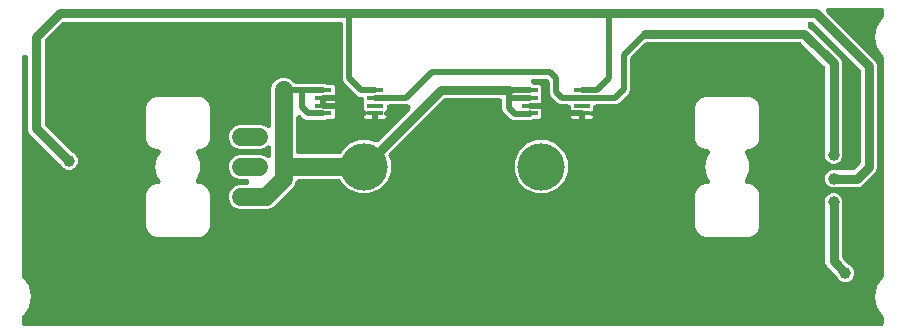
<source format=gbr>
G04 EAGLE Gerber X2 export*
%TF.Part,Single*%
%TF.FileFunction,Copper,L2,Bot,Mixed*%
%TF.FilePolarity,Positive*%
%TF.GenerationSoftware,Autodesk,EAGLE,9.1.0*%
%TF.CreationDate,2020-08-17T16:37:06Z*%
G75*
%MOMM*%
%FSLAX34Y34*%
%LPD*%
%AMOC8*
5,1,8,0,0,1.08239X$1,22.5*%
G01*
%ADD10R,1.400000X0.450000*%
%ADD11C,1.524000*%
%ADD12C,1.000000*%
%ADD13C,0.500000*%
%ADD14C,0.152400*%
%ADD15C,0.756400*%
%ADD16C,4.000000*%
%ADD17C,0.800000*%
%ADD18C,1.500000*%

G36*
X775050Y10170D02*
X775050Y10170D01*
X775100Y10168D01*
X775272Y10190D01*
X775445Y10206D01*
X775493Y10219D01*
X775543Y10225D01*
X775708Y10278D01*
X775876Y10324D01*
X775921Y10346D01*
X775968Y10361D01*
X776122Y10442D01*
X776278Y10517D01*
X776319Y10547D01*
X776363Y10570D01*
X776500Y10677D01*
X776640Y10779D01*
X776675Y10815D01*
X776714Y10846D01*
X776830Y10976D01*
X776950Y11101D01*
X776977Y11143D01*
X777011Y11181D01*
X777101Y11329D01*
X777197Y11473D01*
X777217Y11519D01*
X777243Y11562D01*
X777305Y11724D01*
X777374Y11884D01*
X777385Y11932D01*
X777403Y11979D01*
X777436Y12150D01*
X777475Y12319D01*
X777478Y12369D01*
X777487Y12418D01*
X777499Y12665D01*
X777499Y17009D01*
X777481Y17216D01*
X777465Y17424D01*
X777461Y17439D01*
X777459Y17454D01*
X777404Y17654D01*
X777351Y17856D01*
X777345Y17870D01*
X777341Y17885D01*
X777251Y18073D01*
X777163Y18261D01*
X777154Y18274D01*
X777148Y18287D01*
X777025Y18457D01*
X776905Y18626D01*
X776895Y18637D01*
X776886Y18649D01*
X776736Y18794D01*
X776587Y18940D01*
X776571Y18952D01*
X776564Y18959D01*
X776543Y18973D01*
X776519Y18990D01*
X771605Y26345D01*
X769883Y35000D01*
X771605Y43655D01*
X776531Y51028D01*
X776550Y51043D01*
X776714Y51172D01*
X776724Y51184D01*
X776736Y51193D01*
X776873Y51351D01*
X777011Y51507D01*
X777019Y51519D01*
X777029Y51531D01*
X777135Y51711D01*
X777243Y51888D01*
X777248Y51902D01*
X777256Y51915D01*
X777328Y52111D01*
X777403Y52305D01*
X777406Y52320D01*
X777411Y52334D01*
X777448Y52538D01*
X777487Y52744D01*
X777488Y52764D01*
X777490Y52774D01*
X777490Y52799D01*
X777499Y52991D01*
X777499Y237009D01*
X777481Y237216D01*
X777465Y237424D01*
X777461Y237439D01*
X777459Y237454D01*
X777404Y237654D01*
X777351Y237856D01*
X777345Y237870D01*
X777341Y237885D01*
X777251Y238073D01*
X777163Y238261D01*
X777154Y238274D01*
X777148Y238287D01*
X777025Y238457D01*
X776905Y238626D01*
X776895Y238637D01*
X776886Y238649D01*
X776736Y238794D01*
X776587Y238940D01*
X776571Y238952D01*
X776564Y238959D01*
X776543Y238973D01*
X776519Y238990D01*
X771605Y246345D01*
X769883Y255000D01*
X771605Y263655D01*
X776531Y271028D01*
X776550Y271043D01*
X776714Y271172D01*
X776724Y271184D01*
X776736Y271193D01*
X776873Y271351D01*
X777011Y271507D01*
X777019Y271519D01*
X777029Y271531D01*
X777135Y271711D01*
X777243Y271888D01*
X777248Y271902D01*
X777256Y271915D01*
X777328Y272111D01*
X777403Y272305D01*
X777406Y272320D01*
X777411Y272334D01*
X777448Y272538D01*
X777487Y272744D01*
X777488Y272764D01*
X777490Y272774D01*
X777490Y272799D01*
X777499Y272991D01*
X777499Y277335D01*
X777495Y277385D01*
X777497Y277435D01*
X777475Y277607D01*
X777459Y277780D01*
X777446Y277828D01*
X777440Y277878D01*
X777387Y278043D01*
X777341Y278211D01*
X777319Y278256D01*
X777304Y278303D01*
X777223Y278457D01*
X777148Y278613D01*
X777118Y278654D01*
X777095Y278698D01*
X776988Y278835D01*
X776886Y278975D01*
X776850Y279010D01*
X776819Y279049D01*
X776689Y279165D01*
X776564Y279285D01*
X776522Y279312D01*
X776484Y279346D01*
X776336Y279436D01*
X776192Y279532D01*
X776146Y279552D01*
X776103Y279578D01*
X775941Y279640D01*
X775781Y279709D01*
X775733Y279720D01*
X775686Y279738D01*
X775515Y279771D01*
X775346Y279810D01*
X775296Y279813D01*
X775247Y279822D01*
X775000Y279834D01*
X731100Y279834D01*
X730964Y279822D01*
X730827Y279819D01*
X730742Y279802D01*
X730655Y279794D01*
X730523Y279758D01*
X730389Y279731D01*
X730308Y279699D01*
X730224Y279676D01*
X730101Y279617D01*
X729974Y279566D01*
X729900Y279520D01*
X729822Y279483D01*
X729711Y279402D01*
X729595Y279330D01*
X729530Y279272D01*
X729460Y279221D01*
X729365Y279122D01*
X729264Y279030D01*
X729210Y278961D01*
X729150Y278899D01*
X729075Y278785D01*
X728991Y278676D01*
X728951Y278599D01*
X728903Y278527D01*
X728849Y278401D01*
X728786Y278279D01*
X728761Y278196D01*
X728726Y278116D01*
X728695Y277983D01*
X728655Y277852D01*
X728645Y277766D01*
X728625Y277681D01*
X728618Y277545D01*
X728602Y277409D01*
X728607Y277322D01*
X728603Y277235D01*
X728620Y277100D01*
X728629Y276963D01*
X728649Y276878D01*
X728660Y276792D01*
X728702Y276662D01*
X728734Y276529D01*
X728770Y276450D01*
X728796Y276367D01*
X728860Y276246D01*
X728916Y276121D01*
X728964Y276049D01*
X729005Y275972D01*
X729090Y275864D01*
X729167Y275751D01*
X729259Y275650D01*
X729281Y275621D01*
X729299Y275605D01*
X729333Y275568D01*
X770935Y233966D01*
X772001Y231393D01*
X772001Y143607D01*
X770935Y141034D01*
X758966Y129065D01*
X756393Y127999D01*
X738196Y127999D01*
X738054Y127986D01*
X737910Y127983D01*
X737831Y127967D01*
X737751Y127959D01*
X737613Y127921D01*
X737473Y127892D01*
X737357Y127851D01*
X737321Y127841D01*
X737296Y127829D01*
X737240Y127809D01*
X736492Y127499D01*
X733508Y127499D01*
X730751Y128641D01*
X728641Y130751D01*
X727499Y133508D01*
X727499Y136492D01*
X728641Y139249D01*
X730751Y141359D01*
X733508Y142501D01*
X736492Y142501D01*
X737240Y142191D01*
X737376Y142148D01*
X737510Y142097D01*
X737589Y142082D01*
X737666Y142058D01*
X737808Y142040D01*
X737949Y142013D01*
X738072Y142007D01*
X738109Y142002D01*
X738136Y142004D01*
X738196Y142001D01*
X751065Y142001D01*
X751251Y142017D01*
X751437Y142029D01*
X751473Y142037D01*
X751510Y142041D01*
X751690Y142090D01*
X751871Y142134D01*
X751905Y142149D01*
X751941Y142159D01*
X752109Y142240D01*
X752279Y142316D01*
X752310Y142336D01*
X752343Y142352D01*
X752494Y142462D01*
X752649Y142567D01*
X752686Y142601D01*
X752705Y142614D01*
X752731Y142641D01*
X752832Y142733D01*
X757267Y147168D01*
X757387Y147311D01*
X757511Y147451D01*
X757530Y147482D01*
X757554Y147511D01*
X757646Y147673D01*
X757743Y147832D01*
X757756Y147867D01*
X757774Y147899D01*
X757836Y148075D01*
X757903Y148249D01*
X757910Y148285D01*
X757923Y148320D01*
X757952Y148505D01*
X757987Y148688D01*
X757990Y148738D01*
X757993Y148761D01*
X757992Y148798D01*
X757999Y148935D01*
X757999Y226065D01*
X757983Y226251D01*
X757971Y226437D01*
X757963Y226473D01*
X757959Y226510D01*
X757910Y226690D01*
X757866Y226871D01*
X757851Y226905D01*
X757841Y226941D01*
X757760Y227109D01*
X757684Y227279D01*
X757664Y227310D01*
X757648Y227343D01*
X757538Y227494D01*
X757433Y227649D01*
X757399Y227686D01*
X757386Y227705D01*
X757359Y227731D01*
X757267Y227832D01*
X717832Y267267D01*
X717689Y267387D01*
X717549Y267511D01*
X717518Y267530D01*
X717489Y267554D01*
X717327Y267646D01*
X717168Y267743D01*
X717133Y267756D01*
X717101Y267774D01*
X716925Y267836D01*
X716751Y267903D01*
X716715Y267910D01*
X716680Y267923D01*
X716495Y267952D01*
X716312Y267987D01*
X716262Y267990D01*
X716239Y267993D01*
X716202Y267992D01*
X716065Y267999D01*
X715435Y267999D01*
X715299Y267987D01*
X715162Y267984D01*
X715077Y267967D01*
X714990Y267959D01*
X714858Y267923D01*
X714724Y267896D01*
X714643Y267864D01*
X714559Y267841D01*
X714436Y267782D01*
X714309Y267731D01*
X714235Y267685D01*
X714157Y267648D01*
X714046Y267567D01*
X713930Y267495D01*
X713865Y267437D01*
X713795Y267386D01*
X713700Y267287D01*
X713599Y267195D01*
X713546Y267126D01*
X713485Y267064D01*
X713410Y266950D01*
X713326Y266841D01*
X713286Y266764D01*
X713238Y266692D01*
X713184Y266566D01*
X713121Y266444D01*
X713095Y266361D01*
X713061Y266281D01*
X713030Y266148D01*
X712990Y266017D01*
X712980Y265931D01*
X712960Y265846D01*
X712953Y265710D01*
X712937Y265574D01*
X712942Y265487D01*
X712938Y265400D01*
X712955Y265265D01*
X712964Y265128D01*
X712984Y265043D01*
X712995Y264957D01*
X713037Y264827D01*
X713069Y264694D01*
X713105Y264615D01*
X713131Y264532D01*
X713195Y264411D01*
X713251Y264286D01*
X713299Y264214D01*
X713340Y264137D01*
X713425Y264029D01*
X713502Y263916D01*
X713593Y263815D01*
X713616Y263786D01*
X713634Y263770D01*
X713668Y263733D01*
X716286Y261115D01*
X716286Y261114D01*
X738614Y238786D01*
X740935Y236466D01*
X742001Y233893D01*
X742001Y158196D01*
X742014Y158054D01*
X742017Y157910D01*
X742033Y157832D01*
X742041Y157751D01*
X742079Y157613D01*
X742108Y157473D01*
X742149Y157357D01*
X742159Y157321D01*
X742171Y157296D01*
X742191Y157240D01*
X742501Y156492D01*
X742501Y153508D01*
X741359Y150751D01*
X739249Y148641D01*
X736492Y147499D01*
X733508Y147499D01*
X730751Y148641D01*
X728641Y150751D01*
X727499Y153508D01*
X727499Y156492D01*
X727809Y157240D01*
X727852Y157376D01*
X727903Y157510D01*
X727918Y157590D01*
X727942Y157666D01*
X727960Y157808D01*
X727987Y157949D01*
X727993Y158072D01*
X727998Y158109D01*
X727996Y158136D01*
X727999Y158196D01*
X727999Y228565D01*
X727983Y228751D01*
X727971Y228937D01*
X727963Y228973D01*
X727959Y229010D01*
X727910Y229190D01*
X727866Y229371D01*
X727851Y229405D01*
X727841Y229441D01*
X727760Y229609D01*
X727684Y229779D01*
X727664Y229810D01*
X727648Y229843D01*
X727538Y229994D01*
X727433Y230149D01*
X727399Y230186D01*
X727386Y230205D01*
X727359Y230231D01*
X727267Y230332D01*
X707832Y249767D01*
X707689Y249887D01*
X707549Y250011D01*
X707518Y250030D01*
X707489Y250054D01*
X707327Y250146D01*
X707168Y250243D01*
X707133Y250256D01*
X707101Y250274D01*
X706925Y250336D01*
X706751Y250403D01*
X706715Y250410D01*
X706680Y250423D01*
X706495Y250452D01*
X706312Y250487D01*
X706262Y250490D01*
X706239Y250493D01*
X706202Y250492D01*
X706065Y250499D01*
X576814Y250499D01*
X576628Y250483D01*
X576442Y250471D01*
X576406Y250463D01*
X576369Y250459D01*
X576188Y250410D01*
X576008Y250366D01*
X575974Y250351D01*
X575938Y250341D01*
X575770Y250260D01*
X575599Y250184D01*
X575569Y250164D01*
X575535Y250148D01*
X575384Y250038D01*
X575230Y249933D01*
X575192Y249899D01*
X575173Y249886D01*
X575148Y249859D01*
X575046Y249767D01*
X563733Y238454D01*
X563613Y238310D01*
X563489Y238171D01*
X563470Y238139D01*
X563446Y238111D01*
X563354Y237949D01*
X563257Y237789D01*
X563244Y237755D01*
X563226Y237722D01*
X563164Y237546D01*
X563097Y237372D01*
X563090Y237336D01*
X563077Y237301D01*
X563048Y237117D01*
X563013Y236934D01*
X563010Y236883D01*
X563007Y236860D01*
X563008Y236823D01*
X563001Y236686D01*
X563001Y209656D01*
X562163Y207634D01*
X560264Y205735D01*
X555015Y200486D01*
X553116Y198587D01*
X551094Y197749D01*
X534000Y197749D01*
X533950Y197745D01*
X533900Y197747D01*
X533728Y197725D01*
X533555Y197709D01*
X533507Y197696D01*
X533457Y197690D01*
X533292Y197637D01*
X533124Y197591D01*
X533079Y197569D01*
X533032Y197554D01*
X532878Y197473D01*
X532722Y197398D01*
X532681Y197368D01*
X532637Y197345D01*
X532500Y197238D01*
X532360Y197136D01*
X532325Y197100D01*
X532286Y197069D01*
X532170Y196939D01*
X532050Y196814D01*
X532023Y196772D01*
X531989Y196734D01*
X531899Y196586D01*
X531803Y196442D01*
X531783Y196396D01*
X531757Y196353D01*
X531695Y196191D01*
X531626Y196031D01*
X531615Y195983D01*
X531597Y195936D01*
X531564Y195765D01*
X531525Y195596D01*
X531522Y195546D01*
X531513Y195497D01*
X531501Y195250D01*
X531501Y193313D01*
X531519Y193111D01*
X531534Y192908D01*
X531539Y192882D01*
X531541Y192868D01*
X531541Y192731D01*
X531472Y192718D01*
X531376Y192709D01*
X531254Y192676D01*
X531129Y192652D01*
X531039Y192617D01*
X530946Y192591D01*
X530831Y192536D01*
X530712Y192490D01*
X530630Y192440D01*
X530543Y192398D01*
X530440Y192323D01*
X530331Y192257D01*
X530209Y192156D01*
X530181Y192136D01*
X530168Y192123D01*
X530140Y192099D01*
X530007Y191955D01*
X529871Y191813D01*
X529856Y191791D01*
X529837Y191770D01*
X529732Y191605D01*
X529624Y191441D01*
X529613Y191416D01*
X529598Y191393D01*
X529524Y191211D01*
X529447Y191031D01*
X529441Y191005D01*
X529430Y190979D01*
X529390Y190787D01*
X529346Y190596D01*
X529344Y190569D01*
X529339Y190542D01*
X529333Y190346D01*
X529324Y190150D01*
X529327Y190123D01*
X529326Y190095D01*
X529356Y189901D01*
X529381Y189707D01*
X529390Y189681D01*
X529394Y189654D01*
X529458Y189468D01*
X529517Y189281D01*
X529530Y189257D01*
X529539Y189231D01*
X529634Y189060D01*
X529726Y188887D01*
X529743Y188865D01*
X529756Y188841D01*
X529880Y188690D01*
X530002Y188536D01*
X530023Y188517D01*
X530040Y188496D01*
X530189Y188370D01*
X530336Y188239D01*
X530360Y188225D01*
X530381Y188207D01*
X530551Y188109D01*
X530718Y188007D01*
X530744Y187997D01*
X530767Y187983D01*
X530952Y187917D01*
X531135Y187847D01*
X531162Y187841D01*
X531188Y187832D01*
X531380Y187800D01*
X531541Y187769D01*
X531541Y187666D01*
X531368Y187019D01*
X531033Y186440D01*
X530560Y185967D01*
X529981Y185632D01*
X529334Y185459D01*
X524499Y185459D01*
X524499Y189500D01*
X524495Y189550D01*
X524497Y189600D01*
X524475Y189772D01*
X524459Y189945D01*
X524446Y189993D01*
X524440Y190043D01*
X524387Y190208D01*
X524341Y190376D01*
X524319Y190421D01*
X524304Y190468D01*
X524223Y190622D01*
X524148Y190778D01*
X524118Y190819D01*
X524095Y190863D01*
X523988Y191000D01*
X523886Y191140D01*
X523850Y191175D01*
X523819Y191214D01*
X523689Y191330D01*
X523564Y191450D01*
X523522Y191477D01*
X523485Y191511D01*
X523336Y191601D01*
X523192Y191697D01*
X523146Y191717D01*
X523103Y191743D01*
X522941Y191805D01*
X522782Y191874D01*
X522733Y191885D01*
X522686Y191903D01*
X522515Y191936D01*
X522346Y191975D01*
X522297Y191978D01*
X522247Y191987D01*
X522000Y191999D01*
X521950Y191995D01*
X521900Y191997D01*
X521728Y191975D01*
X521555Y191959D01*
X521507Y191946D01*
X521457Y191940D01*
X521292Y191887D01*
X521124Y191841D01*
X521079Y191819D01*
X521031Y191804D01*
X520878Y191723D01*
X520721Y191648D01*
X520681Y191618D01*
X520637Y191595D01*
X520500Y191488D01*
X520360Y191386D01*
X520325Y191350D01*
X520286Y191319D01*
X520170Y191189D01*
X520050Y191064D01*
X520022Y191022D01*
X519989Y190984D01*
X519899Y190836D01*
X519803Y190692D01*
X519783Y190646D01*
X519757Y190603D01*
X519695Y190441D01*
X519626Y190281D01*
X519615Y190233D01*
X519597Y190186D01*
X519564Y190015D01*
X519525Y189846D01*
X519522Y189796D01*
X519513Y189747D01*
X519501Y189500D01*
X519501Y185459D01*
X514666Y185459D01*
X514019Y185632D01*
X513440Y185967D01*
X512967Y186440D01*
X512632Y187019D01*
X512459Y187666D01*
X512459Y187774D01*
X512570Y187781D01*
X512597Y187788D01*
X512624Y187790D01*
X512814Y187843D01*
X513003Y187890D01*
X513028Y187902D01*
X513055Y187909D01*
X513232Y187994D01*
X513410Y188075D01*
X513433Y188090D01*
X513457Y188102D01*
X513617Y188217D01*
X513778Y188329D01*
X513797Y188348D01*
X513819Y188364D01*
X513955Y188505D01*
X514094Y188644D01*
X514110Y188666D01*
X514129Y188686D01*
X514237Y188849D01*
X514349Y189010D01*
X514361Y189035D01*
X514376Y189058D01*
X514454Y189238D01*
X514535Y189417D01*
X514542Y189443D01*
X514553Y189468D01*
X514597Y189659D01*
X514646Y189849D01*
X514648Y189877D01*
X514654Y189903D01*
X514664Y190099D01*
X514678Y190295D01*
X514675Y190322D01*
X514676Y190350D01*
X514651Y190544D01*
X514630Y190739D01*
X514622Y190765D01*
X514619Y190793D01*
X514559Y190979D01*
X514504Y191167D01*
X514491Y191192D01*
X514483Y191218D01*
X514391Y191391D01*
X514303Y191567D01*
X514287Y191589D01*
X514274Y191613D01*
X514153Y191767D01*
X514035Y191924D01*
X514009Y191950D01*
X513998Y191964D01*
X513997Y191964D01*
X513972Y191987D01*
X513860Y192099D01*
X513759Y192176D01*
X513663Y192261D01*
X513581Y192311D01*
X513504Y192369D01*
X513390Y192427D01*
X513282Y192493D01*
X513192Y192528D01*
X513106Y192571D01*
X512984Y192608D01*
X512865Y192653D01*
X512770Y192672D01*
X512678Y192699D01*
X512551Y192713D01*
X512459Y192731D01*
X512459Y192920D01*
X512487Y193066D01*
X512488Y193093D01*
X512491Y193106D01*
X512491Y193136D01*
X512499Y193313D01*
X512499Y195250D01*
X512495Y195300D01*
X512497Y195350D01*
X512475Y195522D01*
X512459Y195695D01*
X512446Y195743D01*
X512440Y195793D01*
X512387Y195958D01*
X512341Y196126D01*
X512319Y196171D01*
X512304Y196218D01*
X512223Y196372D01*
X512148Y196528D01*
X512118Y196569D01*
X512095Y196613D01*
X511988Y196750D01*
X511886Y196890D01*
X511850Y196925D01*
X511819Y196964D01*
X511689Y197080D01*
X511564Y197200D01*
X511522Y197227D01*
X511484Y197261D01*
X511336Y197351D01*
X511192Y197447D01*
X511146Y197467D01*
X511103Y197493D01*
X510941Y197555D01*
X510781Y197624D01*
X510733Y197635D01*
X510686Y197653D01*
X510515Y197686D01*
X510346Y197725D01*
X510296Y197728D01*
X510247Y197737D01*
X510000Y197749D01*
X503906Y197749D01*
X501884Y198587D01*
X495337Y205134D01*
X494499Y207156D01*
X494499Y216686D01*
X494483Y216872D01*
X494471Y217058D01*
X494463Y217094D01*
X494459Y217131D01*
X494410Y217312D01*
X494366Y217492D01*
X494351Y217526D01*
X494341Y217562D01*
X494260Y217730D01*
X494184Y217901D01*
X494164Y217931D01*
X494148Y217965D01*
X494038Y218116D01*
X493933Y218270D01*
X493899Y218308D01*
X493886Y218327D01*
X493859Y218352D01*
X493767Y218454D01*
X493454Y218767D01*
X493310Y218887D01*
X493171Y219011D01*
X493139Y219030D01*
X493111Y219054D01*
X492949Y219146D01*
X492789Y219243D01*
X492755Y219256D01*
X492722Y219274D01*
X492546Y219336D01*
X492372Y219403D01*
X492336Y219410D01*
X492301Y219423D01*
X492117Y219452D01*
X491933Y219487D01*
X491883Y219490D01*
X491860Y219493D01*
X491823Y219492D01*
X491686Y219499D01*
X481402Y219499D01*
X481261Y219487D01*
X481120Y219483D01*
X481039Y219467D01*
X480957Y219459D01*
X480821Y219422D01*
X480683Y219394D01*
X480606Y219363D01*
X480526Y219341D01*
X480399Y219280D01*
X480268Y219227D01*
X480198Y219183D01*
X480123Y219148D01*
X480009Y219065D01*
X479890Y218990D01*
X479829Y218934D01*
X479762Y218886D01*
X479664Y218784D01*
X479559Y218689D01*
X479509Y218623D01*
X479452Y218564D01*
X479374Y218446D01*
X479288Y218334D01*
X479251Y218260D01*
X479205Y218192D01*
X479149Y218062D01*
X479085Y217936D01*
X479061Y217857D01*
X479028Y217781D01*
X478996Y217644D01*
X478955Y217509D01*
X478945Y217427D01*
X478927Y217346D01*
X478920Y217206D01*
X478903Y217065D01*
X478909Y216983D01*
X478905Y216900D01*
X478923Y216760D01*
X478932Y216619D01*
X478952Y216539D01*
X478962Y216457D01*
X479005Y216323D01*
X479039Y216186D01*
X479073Y216110D01*
X479098Y216032D01*
X479164Y215907D01*
X479222Y215778D01*
X479268Y215710D01*
X479307Y215637D01*
X479394Y215526D01*
X479474Y215409D01*
X479532Y215351D01*
X479583Y215286D01*
X479689Y215192D01*
X479788Y215092D01*
X479856Y215044D01*
X479917Y214989D01*
X480038Y214916D01*
X480153Y214835D01*
X480228Y214800D01*
X480299Y214757D01*
X480431Y214707D01*
X480559Y214647D01*
X480681Y214610D01*
X480716Y214597D01*
X480741Y214592D01*
X480796Y214575D01*
X480976Y214547D01*
X481155Y214513D01*
X481212Y214510D01*
X481237Y214506D01*
X481274Y214507D01*
X481402Y214501D01*
X486036Y214501D01*
X487501Y213036D01*
X487501Y199813D01*
X487519Y199611D01*
X487534Y199408D01*
X487539Y199382D01*
X487541Y199368D01*
X487541Y199227D01*
X487449Y199222D01*
X487413Y199213D01*
X487376Y199209D01*
X487350Y199202D01*
X487324Y199199D01*
X487173Y199154D01*
X487015Y199116D01*
X486981Y199101D01*
X486946Y199091D01*
X486921Y199079D01*
X486896Y199072D01*
X486755Y199000D01*
X486607Y198935D01*
X486576Y198914D01*
X486543Y198898D01*
X486521Y198882D01*
X486498Y198870D01*
X486371Y198774D01*
X486237Y198684D01*
X486200Y198650D01*
X486181Y198636D01*
X486162Y198617D01*
X486141Y198601D01*
X486119Y198576D01*
X486054Y198517D01*
X485966Y198412D01*
X485871Y198314D01*
X485857Y198292D01*
X485839Y198272D01*
X485806Y198221D01*
X485767Y198174D01*
X485700Y198055D01*
X485624Y197942D01*
X485614Y197918D01*
X485599Y197895D01*
X485577Y197839D01*
X485547Y197786D01*
X485501Y197656D01*
X485447Y197532D01*
X485441Y197506D01*
X485431Y197481D01*
X485419Y197422D01*
X485399Y197365D01*
X485377Y197228D01*
X485346Y197096D01*
X485345Y197071D01*
X485339Y197044D01*
X485337Y196983D01*
X485328Y196924D01*
X485331Y196785D01*
X485324Y196650D01*
X485327Y196625D01*
X485326Y196597D01*
X485336Y196537D01*
X485337Y196477D01*
X485364Y196341D01*
X485382Y196207D01*
X485389Y196183D01*
X485393Y196156D01*
X485413Y196098D01*
X485425Y196039D01*
X485476Y195910D01*
X485517Y195781D01*
X485529Y195759D01*
X485538Y195733D01*
X485567Y195680D01*
X485590Y195624D01*
X485663Y195507D01*
X485726Y195387D01*
X485743Y195366D01*
X485756Y195343D01*
X485794Y195296D01*
X485826Y195245D01*
X485918Y195143D01*
X486003Y195036D01*
X486022Y195018D01*
X486039Y194998D01*
X486103Y194939D01*
X486126Y194914D01*
X486153Y194892D01*
X486221Y194830D01*
X486282Y194788D01*
X486337Y194739D01*
X486411Y194694D01*
X486480Y194641D01*
X486536Y194612D01*
X486589Y194576D01*
X486656Y194545D01*
X486718Y194507D01*
X486800Y194476D01*
X486877Y194436D01*
X486937Y194418D01*
X486995Y194391D01*
X487067Y194373D01*
X487135Y194347D01*
X487222Y194330D01*
X487304Y194305D01*
X487366Y194297D01*
X487428Y194282D01*
X487502Y194277D01*
X487541Y194269D01*
X487541Y194080D01*
X487513Y193934D01*
X487512Y193907D01*
X487509Y193894D01*
X487509Y193864D01*
X487501Y193687D01*
X487501Y186964D01*
X486036Y185499D01*
X481755Y185499D01*
X481613Y185486D01*
X481470Y185483D01*
X481391Y185467D01*
X481311Y185459D01*
X481172Y185421D01*
X481032Y185392D01*
X480916Y185351D01*
X480880Y185341D01*
X480856Y185329D01*
X480799Y185309D01*
X478844Y184499D01*
X463906Y184499D01*
X461884Y185337D01*
X455337Y191884D01*
X454499Y193906D01*
X454499Y200500D01*
X454495Y200550D01*
X454497Y200600D01*
X454475Y200772D01*
X454459Y200945D01*
X454446Y200993D01*
X454440Y201043D01*
X454387Y201208D01*
X454341Y201376D01*
X454319Y201421D01*
X454304Y201468D01*
X454223Y201621D01*
X454148Y201778D01*
X454118Y201819D01*
X454095Y201863D01*
X453988Y202000D01*
X453886Y202140D01*
X453850Y202175D01*
X453819Y202214D01*
X453689Y202330D01*
X453564Y202450D01*
X453522Y202477D01*
X453484Y202511D01*
X453336Y202601D01*
X453192Y202697D01*
X453146Y202717D01*
X453103Y202743D01*
X452941Y202805D01*
X452781Y202874D01*
X452733Y202885D01*
X452686Y202903D01*
X452515Y202936D01*
X452346Y202975D01*
X452296Y202978D01*
X452247Y202987D01*
X452000Y202999D01*
X406435Y202999D01*
X406249Y202983D01*
X406063Y202971D01*
X406027Y202963D01*
X405990Y202959D01*
X405810Y202910D01*
X405629Y202866D01*
X405595Y202851D01*
X405559Y202841D01*
X405391Y202760D01*
X405221Y202684D01*
X405190Y202664D01*
X405157Y202648D01*
X405006Y202538D01*
X404851Y202433D01*
X404814Y202399D01*
X404795Y202386D01*
X404769Y202359D01*
X404668Y202267D01*
X358802Y156401D01*
X358798Y156396D01*
X358793Y156392D01*
X358653Y156224D01*
X358516Y156059D01*
X358512Y156053D01*
X358508Y156048D01*
X358398Y155852D01*
X358295Y155670D01*
X358293Y155664D01*
X358289Y155658D01*
X358217Y155449D01*
X358147Y155249D01*
X358146Y155242D01*
X358144Y155236D01*
X358110Y155022D01*
X358076Y154808D01*
X358076Y154801D01*
X358075Y154795D01*
X358081Y154576D01*
X358085Y154361D01*
X358086Y154355D01*
X358086Y154348D01*
X358131Y154133D01*
X358173Y153923D01*
X358176Y153917D01*
X358177Y153911D01*
X358260Y153678D01*
X360001Y149476D01*
X360001Y140524D01*
X356575Y132254D01*
X350246Y125925D01*
X341976Y122499D01*
X333024Y122499D01*
X324754Y125925D01*
X318425Y132254D01*
X318134Y132956D01*
X318131Y132962D01*
X318129Y132968D01*
X318027Y133161D01*
X317927Y133352D01*
X317923Y133357D01*
X317920Y133363D01*
X317784Y133535D01*
X317653Y133705D01*
X317648Y133709D01*
X317644Y133714D01*
X317481Y133858D01*
X317320Y134003D01*
X317314Y134006D01*
X317309Y134011D01*
X317124Y134123D01*
X316939Y134237D01*
X316933Y134239D01*
X316928Y134243D01*
X316726Y134321D01*
X316523Y134400D01*
X316517Y134401D01*
X316511Y134403D01*
X316298Y134444D01*
X316085Y134486D01*
X316079Y134486D01*
X316072Y134487D01*
X315825Y134499D01*
X282428Y134499D01*
X282422Y134499D01*
X282415Y134499D01*
X282202Y134479D01*
X281984Y134459D01*
X281977Y134458D01*
X281971Y134457D01*
X281765Y134399D01*
X281553Y134341D01*
X281547Y134338D01*
X281541Y134336D01*
X281347Y134242D01*
X281150Y134148D01*
X281145Y134144D01*
X281139Y134141D01*
X280963Y134013D01*
X280788Y133886D01*
X280784Y133881D01*
X280778Y133877D01*
X280627Y133718D01*
X280479Y133564D01*
X280475Y133558D01*
X280471Y133553D01*
X280351Y133371D01*
X280231Y133192D01*
X280229Y133186D01*
X280225Y133180D01*
X280119Y132956D01*
X278502Y129052D01*
X260148Y110698D01*
X256289Y109099D01*
X238911Y109099D01*
X238453Y109289D01*
X238317Y109332D01*
X238183Y109383D01*
X238104Y109398D01*
X238027Y109422D01*
X237885Y109440D01*
X237744Y109467D01*
X237621Y109473D01*
X237584Y109478D01*
X237557Y109476D01*
X237497Y109479D01*
X231367Y109479D01*
X227647Y111020D01*
X224800Y113867D01*
X223259Y117587D01*
X223259Y121613D01*
X224800Y125333D01*
X227647Y128180D01*
X231367Y129721D01*
X237497Y129721D01*
X237639Y129734D01*
X237783Y129737D01*
X237861Y129753D01*
X237942Y129761D01*
X238080Y129799D01*
X238220Y129828D01*
X238336Y129869D01*
X238372Y129879D01*
X238397Y129891D01*
X238453Y129911D01*
X238840Y130071D01*
X238999Y130154D01*
X239161Y130232D01*
X239197Y130258D01*
X239235Y130278D01*
X239378Y130389D01*
X239523Y130494D01*
X239553Y130526D01*
X239588Y130552D01*
X239708Y130687D01*
X239833Y130816D01*
X239857Y130853D01*
X239886Y130885D01*
X239980Y131039D01*
X240080Y131188D01*
X240097Y131228D01*
X240120Y131265D01*
X240186Y131433D01*
X240257Y131599D01*
X240267Y131641D01*
X240283Y131682D01*
X240317Y131858D01*
X240358Y132034D01*
X240360Y132077D01*
X240369Y132120D01*
X240371Y132300D01*
X240380Y132480D01*
X240375Y132523D01*
X240375Y132566D01*
X240346Y132744D01*
X240323Y132923D01*
X240310Y132964D01*
X240302Y133007D01*
X240242Y133177D01*
X240187Y133348D01*
X240167Y133387D01*
X240152Y133428D01*
X240062Y133584D01*
X239978Y133743D01*
X239951Y133777D01*
X239929Y133815D01*
X239813Y133952D01*
X239702Y134094D01*
X239669Y134123D01*
X239641Y134156D01*
X239503Y134271D01*
X239368Y134391D01*
X239330Y134413D01*
X239297Y134441D01*
X239140Y134529D01*
X238986Y134623D01*
X238946Y134638D01*
X238907Y134660D01*
X238737Y134719D01*
X238569Y134783D01*
X238526Y134791D01*
X238485Y134806D01*
X238308Y134833D01*
X238130Y134867D01*
X238070Y134870D01*
X238044Y134874D01*
X238006Y134873D01*
X237883Y134879D01*
X231367Y134879D01*
X227647Y136420D01*
X224800Y139267D01*
X223259Y142987D01*
X223259Y147013D01*
X224800Y150733D01*
X227647Y153580D01*
X231367Y155121D01*
X250633Y155121D01*
X254353Y153580D01*
X254833Y153100D01*
X254938Y153012D01*
X255036Y152918D01*
X255109Y152870D01*
X255176Y152814D01*
X255294Y152746D01*
X255408Y152670D01*
X255488Y152636D01*
X255564Y152593D01*
X255693Y152548D01*
X255819Y152493D01*
X255903Y152474D01*
X255985Y152445D01*
X256120Y152423D01*
X256254Y152392D01*
X256340Y152388D01*
X256426Y152374D01*
X256563Y152377D01*
X256700Y152370D01*
X256786Y152381D01*
X256873Y152383D01*
X257007Y152410D01*
X257143Y152428D01*
X257226Y152454D01*
X257311Y152471D01*
X257438Y152522D01*
X257568Y152563D01*
X257645Y152604D01*
X257726Y152636D01*
X257842Y152708D01*
X257963Y152772D01*
X258032Y152826D01*
X258105Y152872D01*
X258207Y152964D01*
X258314Y153049D01*
X258372Y153114D01*
X258436Y153172D01*
X258520Y153280D01*
X258611Y153383D01*
X258656Y153457D01*
X258709Y153526D01*
X258772Y153648D01*
X258843Y153764D01*
X258874Y153845D01*
X258914Y153923D01*
X258954Y154054D01*
X259003Y154181D01*
X259020Y154267D01*
X259045Y154350D01*
X259061Y154486D01*
X259087Y154620D01*
X259094Y154757D01*
X259098Y154793D01*
X259097Y154817D01*
X259099Y154867D01*
X259099Y160533D01*
X259087Y160669D01*
X259084Y160806D01*
X259067Y160891D01*
X259059Y160978D01*
X259023Y161110D01*
X258996Y161244D01*
X258964Y161324D01*
X258941Y161408D01*
X258882Y161532D01*
X258831Y161659D01*
X258785Y161733D01*
X258748Y161811D01*
X258667Y161922D01*
X258595Y162038D01*
X258537Y162103D01*
X258486Y162173D01*
X258387Y162268D01*
X258295Y162369D01*
X258226Y162422D01*
X258164Y162482D01*
X258050Y162558D01*
X257941Y162642D01*
X257864Y162681D01*
X257792Y162730D01*
X257666Y162784D01*
X257544Y162847D01*
X257461Y162872D01*
X257381Y162907D01*
X257248Y162938D01*
X257117Y162978D01*
X257031Y162988D01*
X256946Y163008D01*
X256810Y163015D01*
X256674Y163031D01*
X256587Y163026D01*
X256500Y163030D01*
X256365Y163012D01*
X256228Y163004D01*
X256143Y162984D01*
X256057Y162972D01*
X255927Y162931D01*
X255794Y162898D01*
X255714Y162863D01*
X255632Y162837D01*
X255511Y162773D01*
X255386Y162717D01*
X255314Y162668D01*
X255237Y162628D01*
X255129Y162543D01*
X255016Y162466D01*
X254915Y162374D01*
X254886Y162351D01*
X254870Y162334D01*
X254833Y162300D01*
X254353Y161820D01*
X250633Y160279D01*
X231367Y160279D01*
X227647Y161820D01*
X224800Y164667D01*
X223259Y168387D01*
X223259Y172413D01*
X224800Y176133D01*
X227647Y178980D01*
X231367Y180521D01*
X250633Y180521D01*
X254353Y178980D01*
X254833Y178500D01*
X254938Y178412D01*
X255036Y178318D01*
X255109Y178270D01*
X255176Y178214D01*
X255294Y178146D01*
X255408Y178070D01*
X255488Y178036D01*
X255564Y177993D01*
X255693Y177948D01*
X255819Y177893D01*
X255903Y177874D01*
X255985Y177845D01*
X256120Y177823D01*
X256254Y177792D01*
X256340Y177788D01*
X256426Y177774D01*
X256563Y177777D01*
X256700Y177770D01*
X256786Y177781D01*
X256873Y177783D01*
X257007Y177810D01*
X257143Y177828D01*
X257226Y177854D01*
X257311Y177871D01*
X257438Y177922D01*
X257568Y177963D01*
X257645Y178004D01*
X257726Y178036D01*
X257842Y178108D01*
X257963Y178172D01*
X258032Y178226D01*
X258105Y178272D01*
X258207Y178364D01*
X258314Y178449D01*
X258372Y178514D01*
X258436Y178572D01*
X258520Y178680D01*
X258611Y178783D01*
X258656Y178857D01*
X258709Y178926D01*
X258772Y179048D01*
X258843Y179164D01*
X258874Y179245D01*
X258914Y179323D01*
X258954Y179454D01*
X259003Y179581D01*
X259020Y179667D01*
X259045Y179750D01*
X259061Y179886D01*
X259087Y180020D01*
X259094Y180157D01*
X259098Y180193D01*
X259097Y180217D01*
X259099Y180267D01*
X259099Y211839D01*
X260698Y215698D01*
X263652Y218652D01*
X267511Y220251D01*
X271689Y220251D01*
X275548Y218652D01*
X278218Y215983D01*
X278361Y215863D01*
X278500Y215739D01*
X278532Y215720D01*
X278560Y215696D01*
X278722Y215604D01*
X278882Y215507D01*
X278917Y215494D01*
X278949Y215476D01*
X279125Y215414D01*
X279299Y215347D01*
X279335Y215340D01*
X279370Y215327D01*
X279554Y215298D01*
X279738Y215263D01*
X279788Y215260D01*
X279811Y215257D01*
X279848Y215258D01*
X279985Y215251D01*
X304094Y215251D01*
X305446Y214691D01*
X305582Y214648D01*
X305716Y214597D01*
X305795Y214582D01*
X305872Y214558D01*
X306014Y214540D01*
X306155Y214513D01*
X306278Y214507D01*
X306315Y214502D01*
X306342Y214504D01*
X306402Y214501D01*
X311036Y214501D01*
X312501Y213036D01*
X312501Y206313D01*
X312519Y206111D01*
X312534Y205908D01*
X312539Y205882D01*
X312541Y205868D01*
X312541Y205731D01*
X312472Y205718D01*
X312376Y205709D01*
X312254Y205676D01*
X312129Y205652D01*
X312039Y205617D01*
X311946Y205591D01*
X311831Y205536D01*
X311712Y205490D01*
X311630Y205440D01*
X311543Y205398D01*
X311440Y205323D01*
X311331Y205257D01*
X311209Y205156D01*
X311181Y205136D01*
X311168Y205123D01*
X311140Y205099D01*
X311007Y204955D01*
X310871Y204813D01*
X310856Y204791D01*
X310837Y204770D01*
X310732Y204605D01*
X310624Y204441D01*
X310613Y204416D01*
X310598Y204393D01*
X310524Y204211D01*
X310447Y204031D01*
X310441Y204005D01*
X310430Y203979D01*
X310390Y203787D01*
X310346Y203596D01*
X310344Y203569D01*
X310339Y203542D01*
X310333Y203346D01*
X310324Y203150D01*
X310327Y203123D01*
X310326Y203095D01*
X310356Y202901D01*
X310381Y202707D01*
X310390Y202681D01*
X310394Y202654D01*
X310458Y202468D01*
X310517Y202281D01*
X310530Y202257D01*
X310539Y202231D01*
X310634Y202060D01*
X310726Y201887D01*
X310743Y201865D01*
X310756Y201841D01*
X310880Y201690D01*
X311002Y201536D01*
X311023Y201517D01*
X311040Y201496D01*
X311189Y201370D01*
X311336Y201239D01*
X311360Y201225D01*
X311381Y201207D01*
X311551Y201109D01*
X311718Y201007D01*
X311744Y200997D01*
X311767Y200983D01*
X311952Y200917D01*
X312135Y200847D01*
X312162Y200841D01*
X312188Y200832D01*
X312380Y200800D01*
X312541Y200769D01*
X312541Y200665D01*
X312536Y200647D01*
X312521Y200565D01*
X312498Y200485D01*
X312483Y200345D01*
X312459Y200207D01*
X312460Y200123D01*
X312451Y200041D01*
X312461Y199901D01*
X312462Y199760D01*
X312478Y199678D01*
X312484Y199595D01*
X312536Y199353D01*
X312541Y199335D01*
X312541Y199226D01*
X312430Y199219D01*
X312403Y199212D01*
X312376Y199209D01*
X312186Y199157D01*
X311997Y199110D01*
X311972Y199098D01*
X311945Y199091D01*
X311768Y199006D01*
X311590Y198925D01*
X311567Y198910D01*
X311543Y198898D01*
X311383Y198783D01*
X311222Y198671D01*
X311203Y198652D01*
X311181Y198636D01*
X311045Y198495D01*
X310906Y198356D01*
X310890Y198334D01*
X310871Y198314D01*
X310762Y198150D01*
X310651Y197990D01*
X310639Y197965D01*
X310624Y197942D01*
X310546Y197762D01*
X310465Y197583D01*
X310458Y197557D01*
X310447Y197532D01*
X310403Y197341D01*
X310354Y197151D01*
X310352Y197123D01*
X310346Y197096D01*
X310336Y196900D01*
X310322Y196705D01*
X310325Y196678D01*
X310324Y196650D01*
X310349Y196456D01*
X310370Y196261D01*
X310378Y196235D01*
X310381Y196207D01*
X310441Y196021D01*
X310496Y195832D01*
X310509Y195808D01*
X310517Y195782D01*
X310609Y195609D01*
X310697Y195433D01*
X310713Y195411D01*
X310726Y195387D01*
X310847Y195233D01*
X310965Y195076D01*
X310991Y195050D01*
X311002Y195036D01*
X311028Y195013D01*
X311140Y194901D01*
X311241Y194824D01*
X311337Y194739D01*
X311419Y194689D01*
X311496Y194631D01*
X311610Y194573D01*
X311718Y194507D01*
X311808Y194472D01*
X311895Y194429D01*
X312016Y194392D01*
X312135Y194347D01*
X312230Y194328D01*
X312323Y194301D01*
X312449Y194287D01*
X312541Y194269D01*
X312541Y194080D01*
X312513Y193934D01*
X312512Y193907D01*
X312509Y193894D01*
X312509Y193864D01*
X312501Y193687D01*
X312501Y186964D01*
X311036Y185499D01*
X306402Y185499D01*
X306259Y185486D01*
X306116Y185483D01*
X306037Y185467D01*
X305957Y185459D01*
X305819Y185421D01*
X305679Y185392D01*
X305562Y185351D01*
X305526Y185341D01*
X305502Y185329D01*
X305445Y185309D01*
X304094Y184749D01*
X288906Y184749D01*
X286884Y185587D01*
X284367Y188104D01*
X284262Y188191D01*
X284164Y188286D01*
X284091Y188334D01*
X284024Y188390D01*
X283906Y188457D01*
X283792Y188533D01*
X283712Y188568D01*
X283636Y188611D01*
X283507Y188656D01*
X283381Y188710D01*
X283297Y188730D01*
X283215Y188759D01*
X283079Y188781D01*
X282946Y188811D01*
X282860Y188816D01*
X282774Y188830D01*
X282637Y188827D01*
X282500Y188834D01*
X282414Y188822D01*
X282327Y188821D01*
X282193Y188794D01*
X282057Y188776D01*
X281974Y188750D01*
X281889Y188732D01*
X281762Y188682D01*
X281632Y188640D01*
X281555Y188600D01*
X281474Y188568D01*
X281358Y188495D01*
X281237Y188431D01*
X281169Y188377D01*
X281095Y188331D01*
X280993Y188240D01*
X280886Y188155D01*
X280828Y188090D01*
X280764Y188032D01*
X280680Y187923D01*
X280589Y187821D01*
X280544Y187746D01*
X280491Y187678D01*
X280428Y187556D01*
X280357Y187439D01*
X280326Y187358D01*
X280286Y187281D01*
X280246Y187150D01*
X280197Y187022D01*
X280180Y186937D01*
X280155Y186854D01*
X280139Y186718D01*
X280113Y186584D01*
X280106Y186447D01*
X280102Y186410D01*
X280103Y186387D01*
X280101Y186336D01*
X280101Y158000D01*
X280105Y157950D01*
X280103Y157900D01*
X280125Y157728D01*
X280141Y157555D01*
X280154Y157507D01*
X280160Y157457D01*
X280213Y157292D01*
X280259Y157124D01*
X280281Y157079D01*
X280296Y157032D01*
X280377Y156878D01*
X280452Y156722D01*
X280482Y156681D01*
X280505Y156637D01*
X280612Y156500D01*
X280714Y156360D01*
X280750Y156325D01*
X280781Y156286D01*
X280911Y156170D01*
X281036Y156050D01*
X281078Y156023D01*
X281116Y155989D01*
X281264Y155899D01*
X281408Y155803D01*
X281454Y155783D01*
X281497Y155757D01*
X281659Y155695D01*
X281819Y155626D01*
X281867Y155615D01*
X281914Y155597D01*
X282085Y155564D01*
X282254Y155525D01*
X282304Y155522D01*
X282353Y155513D01*
X282600Y155501D01*
X315825Y155501D01*
X315831Y155501D01*
X315838Y155501D01*
X316054Y155521D01*
X316270Y155541D01*
X316276Y155542D01*
X316283Y155543D01*
X316493Y155602D01*
X316701Y155659D01*
X316706Y155662D01*
X316713Y155664D01*
X316906Y155758D01*
X317103Y155852D01*
X317109Y155856D01*
X317114Y155859D01*
X317287Y155985D01*
X317465Y156114D01*
X317470Y156119D01*
X317475Y156123D01*
X317625Y156281D01*
X317775Y156436D01*
X317778Y156442D01*
X317783Y156447D01*
X317903Y156629D01*
X318022Y156808D01*
X318024Y156814D01*
X318028Y156820D01*
X318134Y157044D01*
X318425Y157746D01*
X324754Y164075D01*
X333024Y167501D01*
X341976Y167501D01*
X346178Y165760D01*
X346184Y165758D01*
X346190Y165755D01*
X346397Y165692D01*
X346604Y165627D01*
X346611Y165626D01*
X346617Y165624D01*
X346831Y165598D01*
X347047Y165571D01*
X347054Y165572D01*
X347060Y165571D01*
X347275Y165584D01*
X347493Y165596D01*
X347500Y165597D01*
X347506Y165598D01*
X347714Y165648D01*
X347928Y165699D01*
X347934Y165702D01*
X347940Y165703D01*
X348136Y165791D01*
X348337Y165878D01*
X348343Y165882D01*
X348348Y165885D01*
X348529Y166007D01*
X348708Y166128D01*
X348713Y166132D01*
X348718Y166136D01*
X348901Y166302D01*
X376082Y193483D01*
X376170Y193588D01*
X376265Y193686D01*
X376313Y193759D01*
X376369Y193826D01*
X376436Y193944D01*
X376512Y194058D01*
X376546Y194138D01*
X376589Y194214D01*
X376635Y194343D01*
X376689Y194469D01*
X376709Y194553D01*
X376738Y194635D01*
X376759Y194771D01*
X376790Y194904D01*
X376794Y194990D01*
X376808Y195076D01*
X376805Y195213D01*
X376812Y195350D01*
X376801Y195436D01*
X376799Y195523D01*
X376772Y195657D01*
X376755Y195793D01*
X376728Y195876D01*
X376711Y195961D01*
X376661Y196088D01*
X376619Y196218D01*
X376578Y196295D01*
X376546Y196376D01*
X376474Y196492D01*
X376410Y196613D01*
X376356Y196682D01*
X376310Y196755D01*
X376218Y196857D01*
X376134Y196964D01*
X376069Y197022D01*
X376010Y197086D01*
X375902Y197170D01*
X375799Y197261D01*
X375725Y197306D01*
X375656Y197359D01*
X375535Y197422D01*
X375418Y197493D01*
X375337Y197524D01*
X375259Y197564D01*
X375129Y197604D01*
X375001Y197653D01*
X374915Y197670D01*
X374832Y197695D01*
X374697Y197711D01*
X374562Y197737D01*
X374426Y197744D01*
X374389Y197748D01*
X374365Y197747D01*
X374315Y197749D01*
X359000Y197749D01*
X358950Y197745D01*
X358900Y197747D01*
X358728Y197725D01*
X358555Y197709D01*
X358507Y197696D01*
X358457Y197690D01*
X358292Y197637D01*
X358124Y197591D01*
X358079Y197569D01*
X358032Y197554D01*
X357878Y197473D01*
X357722Y197398D01*
X357681Y197368D01*
X357637Y197345D01*
X357500Y197238D01*
X357360Y197136D01*
X357325Y197100D01*
X357286Y197069D01*
X357170Y196939D01*
X357050Y196814D01*
X357023Y196772D01*
X356989Y196734D01*
X356899Y196586D01*
X356803Y196442D01*
X356783Y196396D01*
X356757Y196353D01*
X356695Y196191D01*
X356626Y196031D01*
X356615Y195983D01*
X356597Y195936D01*
X356564Y195765D01*
X356525Y195596D01*
X356522Y195546D01*
X356513Y195497D01*
X356501Y195250D01*
X356501Y193313D01*
X356519Y193109D01*
X356534Y192908D01*
X356539Y192882D01*
X356541Y192868D01*
X356541Y192731D01*
X356472Y192718D01*
X356376Y192709D01*
X356254Y192676D01*
X356129Y192652D01*
X356039Y192617D01*
X355946Y192591D01*
X355831Y192536D01*
X355712Y192490D01*
X355630Y192440D01*
X355543Y192398D01*
X355440Y192323D01*
X355331Y192257D01*
X355209Y192156D01*
X355181Y192136D01*
X355168Y192123D01*
X355140Y192099D01*
X355007Y191955D01*
X354871Y191813D01*
X354856Y191791D01*
X354837Y191770D01*
X354732Y191605D01*
X354624Y191441D01*
X354613Y191416D01*
X354598Y191393D01*
X354524Y191211D01*
X354447Y191031D01*
X354441Y191005D01*
X354430Y190979D01*
X354390Y190787D01*
X354346Y190596D01*
X354344Y190569D01*
X354339Y190542D01*
X354333Y190346D01*
X354324Y190150D01*
X354327Y190123D01*
X354326Y190095D01*
X354356Y189901D01*
X354381Y189707D01*
X354390Y189681D01*
X354394Y189654D01*
X354458Y189468D01*
X354517Y189281D01*
X354530Y189257D01*
X354539Y189231D01*
X354634Y189060D01*
X354726Y188887D01*
X354743Y188865D01*
X354756Y188841D01*
X354880Y188690D01*
X355002Y188536D01*
X355023Y188517D01*
X355040Y188496D01*
X355189Y188370D01*
X355336Y188239D01*
X355360Y188225D01*
X355381Y188207D01*
X355551Y188109D01*
X355718Y188007D01*
X355744Y187997D01*
X355767Y187983D01*
X355952Y187917D01*
X356135Y187847D01*
X356162Y187841D01*
X356188Y187832D01*
X356380Y187800D01*
X356541Y187769D01*
X356541Y187666D01*
X356368Y187019D01*
X356033Y186440D01*
X355560Y185967D01*
X354981Y185632D01*
X354334Y185459D01*
X349499Y185459D01*
X349499Y189500D01*
X349495Y189550D01*
X349497Y189600D01*
X349475Y189772D01*
X349459Y189945D01*
X349446Y189993D01*
X349440Y190043D01*
X349387Y190208D01*
X349341Y190376D01*
X349319Y190421D01*
X349304Y190468D01*
X349223Y190622D01*
X349148Y190778D01*
X349118Y190819D01*
X349095Y190863D01*
X348988Y191000D01*
X348886Y191140D01*
X348850Y191175D01*
X348819Y191214D01*
X348689Y191330D01*
X348564Y191450D01*
X348522Y191477D01*
X348485Y191511D01*
X348336Y191601D01*
X348192Y191697D01*
X348146Y191717D01*
X348103Y191743D01*
X347941Y191805D01*
X347782Y191874D01*
X347733Y191885D01*
X347686Y191903D01*
X347515Y191936D01*
X347346Y191975D01*
X347297Y191978D01*
X347247Y191987D01*
X347000Y191999D01*
X346950Y191995D01*
X346900Y191997D01*
X346728Y191975D01*
X346555Y191959D01*
X346507Y191946D01*
X346457Y191940D01*
X346292Y191887D01*
X346124Y191841D01*
X346079Y191819D01*
X346031Y191804D01*
X345878Y191723D01*
X345721Y191648D01*
X345681Y191618D01*
X345637Y191595D01*
X345500Y191488D01*
X345360Y191386D01*
X345325Y191350D01*
X345286Y191319D01*
X345170Y191189D01*
X345050Y191064D01*
X345022Y191022D01*
X344989Y190984D01*
X344899Y190836D01*
X344803Y190692D01*
X344783Y190646D01*
X344757Y190603D01*
X344695Y190441D01*
X344626Y190281D01*
X344615Y190233D01*
X344597Y190186D01*
X344564Y190015D01*
X344525Y189846D01*
X344522Y189796D01*
X344513Y189747D01*
X344501Y189500D01*
X344501Y185459D01*
X339666Y185459D01*
X339019Y185632D01*
X338440Y185967D01*
X337967Y186440D01*
X337632Y187019D01*
X337459Y187666D01*
X337459Y187774D01*
X337570Y187781D01*
X337597Y187788D01*
X337624Y187790D01*
X337814Y187843D01*
X338003Y187890D01*
X338028Y187902D01*
X338055Y187909D01*
X338232Y187994D01*
X338410Y188075D01*
X338433Y188090D01*
X338457Y188102D01*
X338617Y188217D01*
X338778Y188329D01*
X338797Y188348D01*
X338819Y188364D01*
X338955Y188505D01*
X339094Y188644D01*
X339110Y188666D01*
X339129Y188686D01*
X339237Y188849D01*
X339349Y189010D01*
X339361Y189035D01*
X339376Y189058D01*
X339454Y189238D01*
X339535Y189417D01*
X339542Y189443D01*
X339553Y189468D01*
X339597Y189659D01*
X339646Y189849D01*
X339648Y189877D01*
X339654Y189903D01*
X339664Y190099D01*
X339678Y190295D01*
X339675Y190322D01*
X339676Y190350D01*
X339651Y190544D01*
X339630Y190739D01*
X339622Y190765D01*
X339619Y190793D01*
X339559Y190979D01*
X339504Y191167D01*
X339491Y191192D01*
X339483Y191218D01*
X339391Y191391D01*
X339303Y191567D01*
X339287Y191589D01*
X339274Y191613D01*
X339153Y191767D01*
X339035Y191924D01*
X339009Y191950D01*
X338998Y191964D01*
X338997Y191964D01*
X338972Y191987D01*
X338860Y192099D01*
X338759Y192176D01*
X338663Y192261D01*
X338581Y192311D01*
X338504Y192369D01*
X338390Y192427D01*
X338282Y192493D01*
X338192Y192528D01*
X338106Y192571D01*
X337984Y192608D01*
X337865Y192653D01*
X337770Y192672D01*
X337678Y192699D01*
X337551Y192713D01*
X337459Y192731D01*
X337459Y192920D01*
X337487Y193066D01*
X337488Y193093D01*
X337491Y193106D01*
X337491Y193136D01*
X337499Y193313D01*
X337499Y201750D01*
X337495Y201800D01*
X337497Y201850D01*
X337475Y202022D01*
X337459Y202195D01*
X337446Y202243D01*
X337440Y202293D01*
X337387Y202458D01*
X337341Y202626D01*
X337319Y202671D01*
X337304Y202718D01*
X337223Y202872D01*
X337148Y203028D01*
X337118Y203069D01*
X337095Y203113D01*
X336988Y203250D01*
X336886Y203390D01*
X336850Y203425D01*
X336819Y203464D01*
X336689Y203580D01*
X336564Y203700D01*
X336522Y203727D01*
X336484Y203761D01*
X336336Y203851D01*
X336192Y203947D01*
X336146Y203967D01*
X336103Y203993D01*
X335941Y204055D01*
X335781Y204124D01*
X335733Y204135D01*
X335686Y204153D01*
X335515Y204186D01*
X335346Y204225D01*
X335296Y204228D01*
X335247Y204237D01*
X335000Y204249D01*
X333906Y204249D01*
X331884Y205087D01*
X320087Y216884D01*
X319249Y218906D01*
X319249Y231094D01*
X319309Y231238D01*
X319352Y231375D01*
X319403Y231509D01*
X319418Y231588D01*
X319442Y231665D01*
X319460Y231807D01*
X319487Y231948D01*
X319493Y232071D01*
X319498Y232108D01*
X319496Y232135D01*
X319499Y232195D01*
X319499Y265500D01*
X319495Y265550D01*
X319497Y265600D01*
X319475Y265772D01*
X319459Y265945D01*
X319446Y265993D01*
X319440Y266043D01*
X319387Y266208D01*
X319341Y266376D01*
X319319Y266421D01*
X319304Y266468D01*
X319223Y266622D01*
X319148Y266778D01*
X319118Y266819D01*
X319095Y266863D01*
X318988Y267000D01*
X318886Y267140D01*
X318850Y267175D01*
X318819Y267214D01*
X318689Y267330D01*
X318564Y267450D01*
X318522Y267477D01*
X318484Y267511D01*
X318336Y267601D01*
X318192Y267697D01*
X318146Y267717D01*
X318103Y267743D01*
X317941Y267805D01*
X317781Y267874D01*
X317733Y267885D01*
X317686Y267903D01*
X317515Y267936D01*
X317346Y267975D01*
X317296Y267978D01*
X317247Y267987D01*
X317000Y267999D01*
X83935Y267999D01*
X83749Y267983D01*
X83563Y267971D01*
X83527Y267963D01*
X83490Y267959D01*
X83310Y267910D01*
X83129Y267866D01*
X83095Y267851D01*
X83059Y267841D01*
X82891Y267760D01*
X82721Y267684D01*
X82690Y267664D01*
X82657Y267648D01*
X82506Y267538D01*
X82351Y267433D01*
X82314Y267399D01*
X82295Y267386D01*
X82269Y267359D01*
X82168Y267267D01*
X67733Y252832D01*
X67613Y252689D01*
X67489Y252549D01*
X67470Y252518D01*
X67446Y252489D01*
X67354Y252327D01*
X67257Y252168D01*
X67244Y252133D01*
X67226Y252101D01*
X67164Y251925D01*
X67097Y251751D01*
X67090Y251715D01*
X67077Y251680D01*
X67048Y251495D01*
X67013Y251312D01*
X67010Y251262D01*
X67007Y251239D01*
X67008Y251202D01*
X67001Y251065D01*
X67001Y181435D01*
X67017Y181249D01*
X67029Y181063D01*
X67037Y181027D01*
X67041Y180990D01*
X67090Y180810D01*
X67134Y180629D01*
X67149Y180595D01*
X67159Y180559D01*
X67240Y180391D01*
X67316Y180221D01*
X67336Y180190D01*
X67352Y180157D01*
X67462Y180006D01*
X67567Y179851D01*
X67601Y179814D01*
X67614Y179795D01*
X67641Y179769D01*
X67733Y179668D01*
X90190Y157210D01*
X90300Y157118D01*
X90404Y157020D01*
X90471Y156976D01*
X90533Y156924D01*
X90658Y156853D01*
X90777Y156774D01*
X90889Y156722D01*
X90921Y156703D01*
X90947Y156694D01*
X91001Y156669D01*
X91749Y156359D01*
X93859Y154249D01*
X95001Y151492D01*
X95001Y148508D01*
X93859Y145751D01*
X91749Y143641D01*
X88992Y142499D01*
X86008Y142499D01*
X83251Y143641D01*
X81141Y145751D01*
X80831Y146499D01*
X80765Y146626D01*
X80707Y146757D01*
X80662Y146824D01*
X80624Y146895D01*
X80537Y147008D01*
X80456Y147126D01*
X80373Y147218D01*
X80350Y147247D01*
X80330Y147265D01*
X80290Y147310D01*
X56386Y171214D01*
X54065Y173534D01*
X52999Y176107D01*
X52999Y237514D01*
X52985Y237671D01*
X52979Y237830D01*
X52965Y237893D01*
X52959Y237958D01*
X52917Y238111D01*
X52883Y238266D01*
X52858Y238326D01*
X52841Y238389D01*
X52772Y238532D01*
X52711Y238678D01*
X52676Y238733D01*
X52648Y238792D01*
X52555Y238920D01*
X52469Y239053D01*
X52424Y239101D01*
X52386Y239154D01*
X52272Y239263D01*
X52163Y239379D01*
X52111Y239418D01*
X52064Y239463D01*
X51932Y239551D01*
X51804Y239645D01*
X51746Y239674D01*
X51692Y239710D01*
X51546Y239773D01*
X51404Y239844D01*
X51341Y239862D01*
X51281Y239887D01*
X51127Y239923D01*
X50975Y239967D01*
X50910Y239974D01*
X50846Y239989D01*
X50688Y239997D01*
X50530Y240013D01*
X50465Y240008D01*
X50400Y240011D01*
X50243Y239990D01*
X50085Y239978D01*
X50022Y239962D01*
X49957Y239953D01*
X49806Y239905D01*
X49653Y239865D01*
X49594Y239837D01*
X49532Y239818D01*
X49391Y239743D01*
X49248Y239676D01*
X49195Y239639D01*
X49137Y239608D01*
X49012Y239510D01*
X48883Y239419D01*
X48837Y239373D01*
X48786Y239332D01*
X48681Y239214D01*
X48569Y239101D01*
X48513Y239024D01*
X48489Y238998D01*
X48478Y238980D01*
X48450Y238957D01*
X48286Y238828D01*
X48276Y238816D01*
X48264Y238807D01*
X48127Y238649D01*
X47989Y238493D01*
X47981Y238480D01*
X47971Y238469D01*
X47865Y238289D01*
X47757Y238112D01*
X47752Y238098D01*
X47744Y238084D01*
X47672Y237890D01*
X47597Y237695D01*
X47594Y237680D01*
X47589Y237666D01*
X47552Y237462D01*
X47513Y237256D01*
X47512Y237236D01*
X47510Y237226D01*
X47510Y237201D01*
X47501Y237009D01*
X47501Y52991D01*
X47519Y52783D01*
X47535Y52576D01*
X47539Y52561D01*
X47541Y52546D01*
X47596Y52345D01*
X47649Y52144D01*
X47655Y52130D01*
X47659Y52115D01*
X47750Y51927D01*
X47837Y51739D01*
X47846Y51727D01*
X47852Y51713D01*
X47975Y51543D01*
X48094Y51374D01*
X48105Y51363D01*
X48114Y51351D01*
X48264Y51207D01*
X48413Y51060D01*
X48429Y51048D01*
X48436Y51041D01*
X48457Y51027D01*
X48481Y51010D01*
X53395Y43655D01*
X55117Y35000D01*
X53395Y26345D01*
X48469Y18972D01*
X48450Y18957D01*
X48286Y18828D01*
X48276Y18816D01*
X48264Y18807D01*
X48127Y18649D01*
X47989Y18493D01*
X47981Y18480D01*
X47971Y18469D01*
X47865Y18289D01*
X47757Y18112D01*
X47752Y18098D01*
X47744Y18084D01*
X47672Y17890D01*
X47597Y17695D01*
X47594Y17680D01*
X47589Y17666D01*
X47552Y17462D01*
X47513Y17256D01*
X47512Y17236D01*
X47510Y17226D01*
X47510Y17201D01*
X47501Y17009D01*
X47501Y12665D01*
X47505Y12615D01*
X47503Y12565D01*
X47525Y12393D01*
X47541Y12220D01*
X47554Y12172D01*
X47560Y12122D01*
X47613Y11957D01*
X47659Y11789D01*
X47681Y11744D01*
X47696Y11697D01*
X47777Y11543D01*
X47852Y11387D01*
X47882Y11346D01*
X47905Y11302D01*
X48012Y11165D01*
X48114Y11025D01*
X48150Y10990D01*
X48181Y10951D01*
X48311Y10835D01*
X48436Y10715D01*
X48478Y10688D01*
X48516Y10654D01*
X48664Y10564D01*
X48808Y10468D01*
X48855Y10448D01*
X48897Y10422D01*
X49059Y10360D01*
X49219Y10291D01*
X49267Y10280D01*
X49314Y10262D01*
X49485Y10229D01*
X49654Y10190D01*
X49704Y10187D01*
X49753Y10178D01*
X50000Y10166D01*
X775000Y10166D01*
X775050Y10170D01*
G37*
%LPC*%
G36*
X625978Y85834D02*
X625978Y85834D01*
X622242Y87382D01*
X619382Y90242D01*
X617834Y93978D01*
X617834Y122022D01*
X619382Y125758D01*
X622242Y128618D01*
X625978Y130166D01*
X627768Y130166D01*
X627931Y130180D01*
X628095Y130187D01*
X628153Y130200D01*
X628213Y130206D01*
X628371Y130249D01*
X628531Y130285D01*
X628586Y130308D01*
X628643Y130324D01*
X628791Y130395D01*
X628942Y130459D01*
X628992Y130492D01*
X629046Y130517D01*
X629179Y130614D01*
X629316Y130703D01*
X629360Y130744D01*
X629408Y130779D01*
X629522Y130898D01*
X629641Y131010D01*
X629676Y131058D01*
X629717Y131101D01*
X629808Y131238D01*
X629905Y131370D01*
X629932Y131424D01*
X629965Y131473D01*
X630030Y131624D01*
X630102Y131771D01*
X630118Y131829D01*
X630142Y131884D01*
X630179Y132043D01*
X630224Y132201D01*
X630229Y132261D01*
X630243Y132319D01*
X630251Y132482D01*
X630267Y132646D01*
X630262Y132705D01*
X630265Y132765D01*
X630244Y132927D01*
X630230Y133091D01*
X630215Y133149D01*
X630207Y133208D01*
X630157Y133364D01*
X630115Y133523D01*
X630090Y133577D01*
X630072Y133633D01*
X629995Y133778D01*
X629925Y133927D01*
X629878Y133998D01*
X629863Y134028D01*
X629841Y134056D01*
X629790Y134134D01*
X627542Y137227D01*
X625890Y145000D01*
X627542Y152773D01*
X629790Y155866D01*
X629874Y156007D01*
X629965Y156143D01*
X629988Y156198D01*
X630019Y156249D01*
X630077Y156403D01*
X630142Y156554D01*
X630155Y156612D01*
X630176Y156667D01*
X630206Y156829D01*
X630243Y156989D01*
X630246Y157048D01*
X630257Y157107D01*
X630257Y157271D01*
X630265Y157435D01*
X630257Y157494D01*
X630257Y157554D01*
X630228Y157715D01*
X630207Y157878D01*
X630189Y157935D01*
X630179Y157993D01*
X630121Y158147D01*
X630072Y158303D01*
X630044Y158356D01*
X630023Y158412D01*
X629939Y158553D01*
X629863Y158698D01*
X629826Y158745D01*
X629795Y158796D01*
X629688Y158920D01*
X629586Y159049D01*
X629542Y159089D01*
X629503Y159134D01*
X629375Y159237D01*
X629252Y159346D01*
X629201Y159377D01*
X629155Y159414D01*
X629011Y159493D01*
X628871Y159578D01*
X628815Y159599D01*
X628763Y159628D01*
X628607Y159679D01*
X628454Y159738D01*
X628395Y159749D01*
X628339Y159768D01*
X628176Y159791D01*
X628015Y159822D01*
X627929Y159826D01*
X627896Y159831D01*
X627861Y159830D01*
X627768Y159834D01*
X625978Y159834D01*
X622242Y161382D01*
X619382Y164242D01*
X617834Y167978D01*
X617834Y196022D01*
X619382Y199758D01*
X622242Y202618D01*
X625978Y204166D01*
X664022Y204166D01*
X667758Y202618D01*
X670618Y199758D01*
X672166Y196022D01*
X672166Y167978D01*
X670618Y164242D01*
X667758Y161382D01*
X664022Y159834D01*
X662705Y159834D01*
X662579Y159823D01*
X662453Y159822D01*
X662358Y159803D01*
X662260Y159794D01*
X662138Y159761D01*
X662015Y159737D01*
X661924Y159702D01*
X661829Y159676D01*
X661716Y159621D01*
X661598Y159576D01*
X661515Y159525D01*
X661427Y159483D01*
X661324Y159409D01*
X661217Y159343D01*
X661144Y159278D01*
X661065Y159221D01*
X660977Y159130D01*
X660883Y159046D01*
X660823Y158969D01*
X660755Y158899D01*
X660686Y158794D01*
X660608Y158694D01*
X660562Y158608D01*
X660508Y158527D01*
X660458Y158411D01*
X660399Y158299D01*
X660370Y158206D01*
X660331Y158116D01*
X660303Y157994D01*
X660265Y157873D01*
X660252Y157776D01*
X660230Y157681D01*
X660224Y157556D01*
X660208Y157430D01*
X660213Y157333D01*
X660208Y157235D01*
X660224Y157110D01*
X660231Y156984D01*
X660253Y156889D01*
X660266Y156792D01*
X660304Y156672D01*
X660333Y156549D01*
X660391Y156398D01*
X660401Y156367D01*
X660409Y156351D01*
X660422Y156318D01*
X663692Y148973D01*
X663692Y141027D01*
X660422Y133682D01*
X660381Y133562D01*
X660331Y133446D01*
X660309Y133351D01*
X660277Y133259D01*
X660259Y133134D01*
X660230Y133011D01*
X660225Y132914D01*
X660210Y132817D01*
X660214Y132691D01*
X660208Y132565D01*
X660220Y132469D01*
X660223Y132371D01*
X660249Y132247D01*
X660266Y132122D01*
X660295Y132029D01*
X660315Y131934D01*
X660363Y131817D01*
X660401Y131697D01*
X660447Y131610D01*
X660484Y131520D01*
X660551Y131413D01*
X660610Y131302D01*
X660671Y131225D01*
X660723Y131143D01*
X660808Y131050D01*
X660886Y130951D01*
X660960Y130886D01*
X661026Y130814D01*
X661126Y130738D01*
X661221Y130654D01*
X661304Y130604D01*
X661382Y130545D01*
X661495Y130488D01*
X661602Y130422D01*
X661693Y130387D01*
X661781Y130343D01*
X661901Y130307D01*
X662019Y130262D01*
X662115Y130243D01*
X662209Y130216D01*
X662334Y130202D01*
X662458Y130178D01*
X662619Y130170D01*
X662653Y130166D01*
X662670Y130167D01*
X662705Y130166D01*
X664022Y130166D01*
X667758Y128618D01*
X670618Y125758D01*
X672166Y122022D01*
X672166Y93978D01*
X670618Y90242D01*
X667758Y87382D01*
X664022Y85834D01*
X625978Y85834D01*
G37*
%LPD*%
%LPC*%
G36*
X160978Y85834D02*
X160978Y85834D01*
X157242Y87382D01*
X154382Y90242D01*
X152834Y93978D01*
X152834Y122022D01*
X154382Y125758D01*
X157242Y128618D01*
X160978Y130166D01*
X162768Y130166D01*
X162931Y130180D01*
X163095Y130187D01*
X163153Y130200D01*
X163213Y130206D01*
X163371Y130249D01*
X163531Y130285D01*
X163586Y130308D01*
X163643Y130324D01*
X163791Y130395D01*
X163942Y130459D01*
X163992Y130492D01*
X164046Y130517D01*
X164179Y130614D01*
X164316Y130703D01*
X164360Y130744D01*
X164408Y130779D01*
X164522Y130898D01*
X164641Y131010D01*
X164676Y131058D01*
X164717Y131101D01*
X164808Y131238D01*
X164905Y131370D01*
X164932Y131424D01*
X164965Y131473D01*
X165030Y131624D01*
X165102Y131771D01*
X165118Y131829D01*
X165142Y131884D01*
X165179Y132043D01*
X165224Y132201D01*
X165229Y132261D01*
X165243Y132319D01*
X165251Y132482D01*
X165267Y132646D01*
X165262Y132705D01*
X165265Y132765D01*
X165244Y132927D01*
X165230Y133091D01*
X165215Y133149D01*
X165207Y133208D01*
X165157Y133364D01*
X165115Y133523D01*
X165090Y133577D01*
X165072Y133633D01*
X164995Y133778D01*
X164925Y133927D01*
X164878Y133998D01*
X164863Y134028D01*
X164841Y134056D01*
X164790Y134134D01*
X162542Y137227D01*
X160890Y145000D01*
X162542Y152773D01*
X164790Y155866D01*
X164874Y156007D01*
X164965Y156143D01*
X164988Y156198D01*
X165019Y156249D01*
X165077Y156403D01*
X165142Y156554D01*
X165155Y156612D01*
X165176Y156667D01*
X165206Y156829D01*
X165243Y156989D01*
X165246Y157048D01*
X165257Y157107D01*
X165257Y157271D01*
X165265Y157435D01*
X165257Y157494D01*
X165257Y157554D01*
X165228Y157715D01*
X165207Y157878D01*
X165189Y157935D01*
X165179Y157993D01*
X165121Y158147D01*
X165072Y158303D01*
X165044Y158356D01*
X165023Y158412D01*
X164939Y158553D01*
X164863Y158698D01*
X164826Y158745D01*
X164795Y158796D01*
X164688Y158920D01*
X164586Y159049D01*
X164542Y159089D01*
X164503Y159134D01*
X164375Y159237D01*
X164252Y159346D01*
X164201Y159377D01*
X164155Y159414D01*
X164011Y159493D01*
X163871Y159578D01*
X163815Y159599D01*
X163763Y159628D01*
X163607Y159679D01*
X163454Y159738D01*
X163395Y159749D01*
X163339Y159768D01*
X163176Y159791D01*
X163015Y159822D01*
X162929Y159826D01*
X162896Y159831D01*
X162861Y159830D01*
X162768Y159834D01*
X160978Y159834D01*
X157242Y161382D01*
X154382Y164242D01*
X152834Y167978D01*
X152834Y196022D01*
X154382Y199758D01*
X157242Y202618D01*
X160978Y204166D01*
X199022Y204166D01*
X202758Y202618D01*
X205618Y199758D01*
X207166Y196022D01*
X207166Y167978D01*
X205618Y164242D01*
X202758Y161382D01*
X199022Y159834D01*
X197705Y159834D01*
X197579Y159823D01*
X197453Y159822D01*
X197358Y159803D01*
X197260Y159794D01*
X197138Y159761D01*
X197015Y159737D01*
X196924Y159702D01*
X196829Y159676D01*
X196716Y159621D01*
X196598Y159576D01*
X196515Y159525D01*
X196427Y159483D01*
X196324Y159409D01*
X196217Y159343D01*
X196144Y159278D01*
X196065Y159221D01*
X195977Y159130D01*
X195883Y159046D01*
X195823Y158969D01*
X195755Y158899D01*
X195686Y158794D01*
X195608Y158694D01*
X195562Y158608D01*
X195508Y158527D01*
X195458Y158411D01*
X195399Y158299D01*
X195370Y158206D01*
X195331Y158116D01*
X195303Y157994D01*
X195265Y157873D01*
X195252Y157776D01*
X195230Y157681D01*
X195224Y157556D01*
X195208Y157430D01*
X195213Y157333D01*
X195208Y157235D01*
X195224Y157110D01*
X195231Y156984D01*
X195253Y156889D01*
X195266Y156792D01*
X195304Y156672D01*
X195333Y156549D01*
X195391Y156398D01*
X195401Y156367D01*
X195409Y156351D01*
X195422Y156318D01*
X198692Y148973D01*
X198692Y141027D01*
X195422Y133682D01*
X195381Y133562D01*
X195331Y133446D01*
X195309Y133351D01*
X195277Y133259D01*
X195259Y133134D01*
X195230Y133011D01*
X195225Y132914D01*
X195210Y132817D01*
X195214Y132691D01*
X195208Y132565D01*
X195220Y132469D01*
X195223Y132371D01*
X195249Y132247D01*
X195266Y132122D01*
X195295Y132029D01*
X195315Y131934D01*
X195363Y131817D01*
X195401Y131697D01*
X195447Y131610D01*
X195484Y131520D01*
X195551Y131413D01*
X195610Y131302D01*
X195671Y131225D01*
X195723Y131143D01*
X195808Y131050D01*
X195886Y130951D01*
X195960Y130886D01*
X196026Y130814D01*
X196126Y130738D01*
X196221Y130654D01*
X196304Y130604D01*
X196382Y130545D01*
X196495Y130488D01*
X196602Y130422D01*
X196693Y130387D01*
X196781Y130343D01*
X196901Y130307D01*
X197019Y130262D01*
X197115Y130243D01*
X197209Y130216D01*
X197334Y130202D01*
X197458Y130178D01*
X197619Y130170D01*
X197653Y130166D01*
X197670Y130167D01*
X197705Y130166D01*
X199022Y130166D01*
X202758Y128618D01*
X205618Y125758D01*
X207166Y122022D01*
X207166Y93978D01*
X205618Y90242D01*
X202758Y87382D01*
X199022Y85834D01*
X160978Y85834D01*
G37*
%LPD*%
%LPC*%
G36*
X483024Y122499D02*
X483024Y122499D01*
X474754Y125925D01*
X468425Y132254D01*
X464999Y140524D01*
X464999Y149476D01*
X468425Y157746D01*
X474754Y164075D01*
X483024Y167501D01*
X491976Y167501D01*
X500246Y164075D01*
X506575Y157746D01*
X510001Y149476D01*
X510001Y140524D01*
X506575Y132254D01*
X500246Y125925D01*
X491976Y122499D01*
X483024Y122499D01*
G37*
%LPD*%
%LPC*%
G36*
X743508Y47499D02*
X743508Y47499D01*
X740751Y48641D01*
X738641Y50751D01*
X738331Y51499D01*
X738265Y51626D01*
X738207Y51757D01*
X738162Y51823D01*
X738124Y51895D01*
X738036Y52008D01*
X737956Y52126D01*
X737873Y52218D01*
X737850Y52247D01*
X737830Y52265D01*
X737790Y52310D01*
X729065Y61034D01*
X727999Y63607D01*
X727999Y111804D01*
X727986Y111946D01*
X727983Y112090D01*
X727967Y112168D01*
X727959Y112249D01*
X727921Y112387D01*
X727892Y112527D01*
X727851Y112643D01*
X727841Y112679D01*
X727829Y112704D01*
X727809Y112760D01*
X727499Y113508D01*
X727499Y116492D01*
X728641Y119249D01*
X730751Y121359D01*
X733508Y122501D01*
X736492Y122501D01*
X739249Y121359D01*
X741359Y119249D01*
X742501Y116492D01*
X742501Y113508D01*
X742191Y112760D01*
X742148Y112624D01*
X742097Y112490D01*
X742082Y112411D01*
X742058Y112334D01*
X742040Y112192D01*
X742013Y112051D01*
X742007Y111928D01*
X742002Y111891D01*
X742004Y111864D01*
X742001Y111804D01*
X742001Y68935D01*
X742017Y68749D01*
X742029Y68563D01*
X742037Y68527D01*
X742041Y68490D01*
X742090Y68310D01*
X742134Y68129D01*
X742149Y68095D01*
X742159Y68059D01*
X742240Y67891D01*
X742316Y67721D01*
X742336Y67690D01*
X742352Y67657D01*
X742462Y67506D01*
X742567Y67351D01*
X742601Y67314D01*
X742614Y67295D01*
X742641Y67269D01*
X742733Y67168D01*
X747690Y62210D01*
X747800Y62118D01*
X747904Y62020D01*
X747971Y61976D01*
X748033Y61924D01*
X748158Y61853D01*
X748277Y61774D01*
X748389Y61722D01*
X748421Y61703D01*
X748447Y61694D01*
X748501Y61669D01*
X749249Y61359D01*
X751359Y59249D01*
X752501Y56492D01*
X752501Y53508D01*
X751359Y50751D01*
X749249Y48641D01*
X746492Y47499D01*
X743508Y47499D01*
G37*
%LPD*%
G36*
X303050Y195755D02*
X303050Y195755D01*
X303100Y195753D01*
X303272Y195775D01*
X303445Y195791D01*
X303493Y195804D01*
X303543Y195810D01*
X303708Y195863D01*
X303876Y195909D01*
X303921Y195931D01*
X303969Y195946D01*
X304122Y196027D01*
X304278Y196102D01*
X304319Y196132D01*
X304363Y196155D01*
X304500Y196262D01*
X304640Y196364D01*
X304675Y196400D01*
X304714Y196431D01*
X304830Y196561D01*
X304950Y196686D01*
X304978Y196728D01*
X305011Y196766D01*
X305101Y196914D01*
X305197Y197058D01*
X305217Y197104D01*
X305243Y197147D01*
X305305Y197309D01*
X305374Y197469D01*
X305385Y197517D01*
X305403Y197564D01*
X305436Y197735D01*
X305475Y197904D01*
X305478Y197954D01*
X305487Y198003D01*
X305499Y198250D01*
X305499Y201750D01*
X305495Y201800D01*
X305497Y201850D01*
X305475Y202022D01*
X305459Y202195D01*
X305446Y202243D01*
X305440Y202293D01*
X305387Y202458D01*
X305341Y202626D01*
X305319Y202671D01*
X305304Y202718D01*
X305223Y202872D01*
X305148Y203028D01*
X305118Y203069D01*
X305095Y203113D01*
X304988Y203250D01*
X304886Y203390D01*
X304850Y203425D01*
X304819Y203464D01*
X304689Y203580D01*
X304564Y203700D01*
X304522Y203727D01*
X304485Y203761D01*
X304336Y203851D01*
X304192Y203947D01*
X304146Y203967D01*
X304103Y203993D01*
X303941Y204055D01*
X303782Y204124D01*
X303733Y204135D01*
X303686Y204153D01*
X303515Y204186D01*
X303346Y204225D01*
X303297Y204228D01*
X303247Y204237D01*
X303000Y204249D01*
X302950Y204245D01*
X302900Y204247D01*
X302728Y204225D01*
X302555Y204209D01*
X302507Y204196D01*
X302457Y204190D01*
X302292Y204137D01*
X302124Y204091D01*
X302079Y204069D01*
X302031Y204054D01*
X301878Y203973D01*
X301721Y203898D01*
X301681Y203868D01*
X301637Y203845D01*
X301500Y203738D01*
X301360Y203636D01*
X301325Y203600D01*
X301286Y203569D01*
X301170Y203439D01*
X301050Y203314D01*
X301022Y203272D01*
X300989Y203234D01*
X300899Y203086D01*
X300803Y202942D01*
X300783Y202896D01*
X300757Y202853D01*
X300695Y202691D01*
X300626Y202531D01*
X300615Y202483D01*
X300597Y202436D01*
X300564Y202265D01*
X300525Y202096D01*
X300522Y202046D01*
X300513Y201997D01*
X300501Y201750D01*
X300501Y198250D01*
X300505Y198200D01*
X300503Y198150D01*
X300525Y197978D01*
X300540Y197805D01*
X300554Y197757D01*
X300560Y197707D01*
X300613Y197542D01*
X300659Y197374D01*
X300681Y197329D01*
X300696Y197282D01*
X300777Y197128D01*
X300852Y196972D01*
X300882Y196931D01*
X300905Y196887D01*
X301012Y196750D01*
X301114Y196610D01*
X301150Y196575D01*
X301181Y196536D01*
X301311Y196420D01*
X301436Y196300D01*
X301478Y196273D01*
X301515Y196239D01*
X301664Y196149D01*
X301808Y196053D01*
X301854Y196033D01*
X301897Y196007D01*
X302059Y195945D01*
X302218Y195876D01*
X302267Y195865D01*
X302314Y195847D01*
X302485Y195814D01*
X302653Y195775D01*
X302703Y195772D01*
X302753Y195763D01*
X303000Y195751D01*
X303050Y195755D01*
G37*
D10*
X347000Y209750D03*
X347000Y203250D03*
X347000Y196750D03*
X347000Y190250D03*
X303000Y190250D03*
X303000Y196750D03*
X303000Y203250D03*
X303000Y209750D03*
X522000Y209750D03*
X522000Y203250D03*
X522000Y196750D03*
X522000Y190250D03*
X478000Y190250D03*
X478000Y196750D03*
X478000Y203250D03*
X478000Y209750D03*
D11*
X248620Y119600D02*
X233380Y119600D01*
X233380Y145000D02*
X248620Y145000D01*
X248620Y170400D02*
X233380Y170400D01*
D12*
X97500Y175000D03*
D13*
X303000Y196750D02*
X315000Y196750D01*
X315000Y203250D02*
X303000Y203250D01*
X315000Y203250D02*
X315000Y196750D01*
X478000Y196750D02*
X495000Y196750D01*
X501500Y190250D01*
X522000Y190250D01*
D14*
X534750Y190250D01*
X535000Y190000D01*
X522250Y190000D02*
X522000Y190250D01*
X522250Y190000D02*
X555000Y190000D01*
D15*
X555000Y190000D03*
D16*
X487500Y145000D03*
D12*
X735000Y115000D03*
X745000Y55000D03*
D17*
X735000Y65000D02*
X735000Y115000D01*
X735000Y65000D02*
X745000Y55000D01*
D12*
X735000Y155000D03*
D13*
X550000Y203250D02*
X522000Y203250D01*
D17*
X575000Y257500D02*
X710000Y257500D01*
D13*
X522000Y203250D02*
X505000Y203250D01*
X500000Y220000D02*
X495000Y225000D01*
X395000Y225000D01*
X500000Y208250D02*
X505000Y203250D01*
X500000Y208250D02*
X500000Y220000D01*
X395000Y225000D02*
X373250Y203250D01*
X347000Y203250D01*
X557500Y240000D02*
X575000Y257500D01*
D17*
X710000Y257500D02*
X735000Y232500D01*
X735000Y155000D01*
D13*
X557500Y210750D02*
X550000Y203250D01*
X557500Y210750D02*
X557500Y240000D01*
X535000Y209750D02*
X522000Y209750D01*
D12*
X735000Y135000D03*
D13*
X324750Y220000D02*
X324750Y230000D01*
X335000Y209750D02*
X347000Y209750D01*
D12*
X87500Y150000D03*
D17*
X60000Y177500D01*
X325000Y275000D02*
X545000Y275000D01*
X720000Y275000D01*
X60000Y255000D02*
X60000Y177500D01*
D13*
X324750Y220000D02*
X335000Y209750D01*
X324750Y230000D02*
X325000Y230250D01*
X325000Y275000D01*
X545000Y275000D02*
X545000Y219750D01*
D17*
X765000Y230000D02*
X765000Y145000D01*
X765000Y230000D02*
X720000Y275000D01*
X765000Y145000D02*
X755000Y135000D01*
X735000Y135000D01*
D13*
X545000Y219750D02*
X535000Y209750D01*
D17*
X80000Y275000D02*
X60000Y255000D01*
X80000Y275000D02*
X325000Y275000D01*
D16*
X337500Y145000D03*
D13*
X303000Y209750D02*
X285000Y209750D01*
X269600Y209750D02*
X264600Y209750D01*
D18*
X269600Y145000D02*
X337500Y145000D01*
D13*
X460000Y209750D02*
X478000Y209750D01*
D12*
X270000Y210000D03*
D13*
X264850Y210000D02*
X264600Y209750D01*
X264850Y210000D02*
X270000Y210000D01*
X290000Y190250D02*
X303000Y190250D01*
X477750Y190000D02*
X478000Y190250D01*
X477750Y190000D02*
X465000Y190000D01*
X460000Y205000D02*
X460000Y209750D01*
X461750Y203250D02*
X478000Y203250D01*
X461750Y203250D02*
X460000Y205000D01*
X285000Y209750D02*
X269600Y209750D01*
D17*
X337500Y145000D02*
X402500Y210000D01*
X459750Y210000D02*
X460000Y209750D01*
X459750Y210000D02*
X402500Y210000D01*
D18*
X269600Y145000D02*
X269600Y135000D01*
X254200Y119600D01*
X241000Y119600D01*
X269600Y145000D02*
X269600Y209750D01*
D13*
X285000Y195250D02*
X290000Y190250D01*
X285000Y195250D02*
X285000Y209750D01*
X460000Y195000D02*
X465000Y190000D01*
X460000Y195000D02*
X460000Y205000D01*
M02*

</source>
